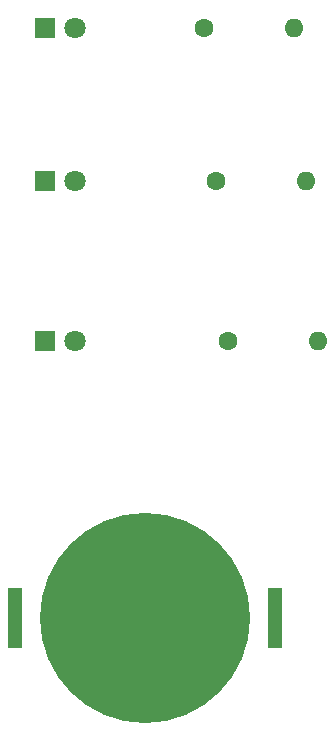
<source format=gts>
G04 #@! TF.GenerationSoftware,KiCad,Pcbnew,9.0.1*
G04 #@! TF.CreationDate,2025-04-26T01:58:34+03:00*
G04 #@! TF.ProjectId,solder project,736f6c64-6572-4207-9072-6f6a6563742e,rev?*
G04 #@! TF.SameCoordinates,Original*
G04 #@! TF.FileFunction,Soldermask,Top*
G04 #@! TF.FilePolarity,Negative*
%FSLAX46Y46*%
G04 Gerber Fmt 4.6, Leading zero omitted, Abs format (unit mm)*
G04 Created by KiCad (PCBNEW 9.0.1) date 2025-04-26 01:58:34*
%MOMM*%
%LPD*%
G01*
G04 APERTURE LIST*
%ADD10C,17.800000*%
%ADD11R,1.270000X5.080000*%
%ADD12O,1.600000X1.600000*%
%ADD13C,1.600000*%
%ADD14R,1.800000X1.800000*%
%ADD15C,1.800000*%
G04 APERTURE END LIST*
D10*
G04 #@! TO.C,BT1*
X94500000Y-108500000D03*
D11*
X105485000Y-108500000D03*
X83515000Y-108500000D03*
G04 #@! TD*
D12*
G04 #@! TO.C,R2*
X107120000Y-58500000D03*
D13*
X99500000Y-58500000D03*
G04 #@! TD*
G04 #@! TO.C,R3*
X101500000Y-85000000D03*
D12*
X109120000Y-85000000D03*
G04 #@! TD*
D13*
G04 #@! TO.C,R1*
X100500000Y-71500000D03*
D12*
X108120000Y-71500000D03*
G04 #@! TD*
D14*
G04 #@! TO.C,D3*
X86000000Y-85000000D03*
D15*
X88540000Y-85000000D03*
G04 #@! TD*
D14*
G04 #@! TO.C,D2*
X86000000Y-71500000D03*
D15*
X88540000Y-71500000D03*
G04 #@! TD*
D14*
G04 #@! TO.C,D1*
X86000000Y-58500000D03*
D15*
X88540000Y-58500000D03*
G04 #@! TD*
M02*

</source>
